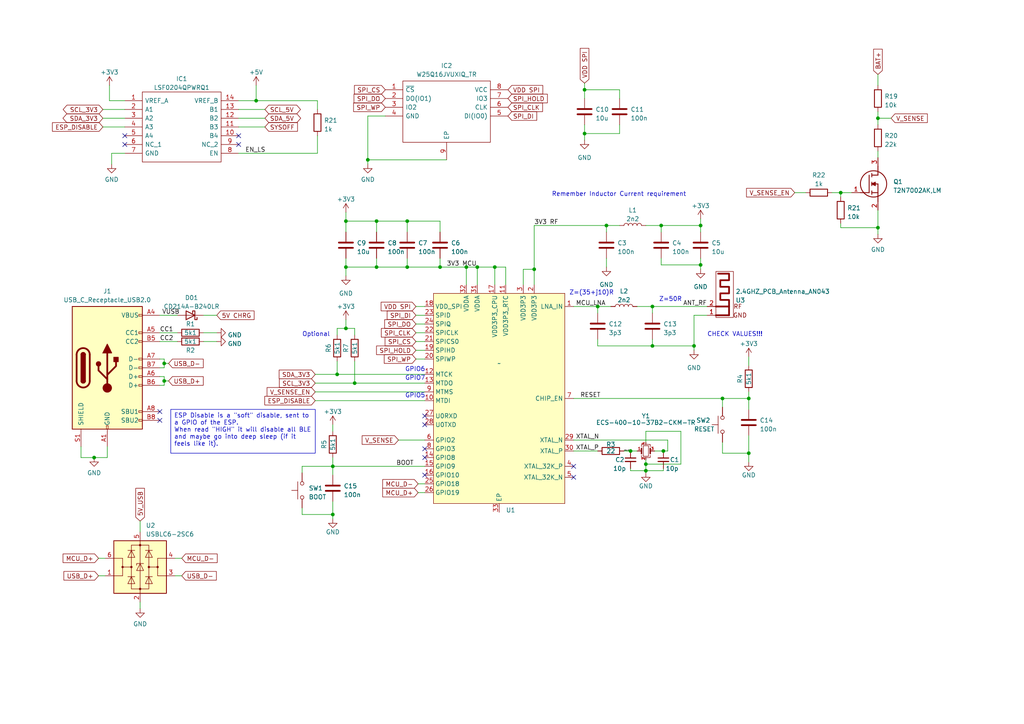
<source format=kicad_sch>
(kicad_sch (version 20230121) (generator eeschema)
  (paper "A4")
  (title_block (title "Module battery/bluetooth") (rev "1.0") (company "FG Labs"))
  (lib_symbols
    (symbol "Antennas:2.4GHZ_PCB_Antenna_AN043"
      (property "Reference" "U" (at 0 1.27 0))
      (property "Value" "2.4GHZ_PCB_Antenna_AN043" (at 0 3.81 0))
      (symbol "2.4GHZ_PCB_Antenna_AN043_0_0"
        (rectangle (start 0 -2.54) (end 5.08 -15.875))
        (text "GND" (at 6.985 -3.175 0) (effects (font (size 1.27 1.27))))
        (text "RF" (at 6.35 -5.715 0) (effects (font (size 1.27 1.27))))
      )
      (symbol "2.4GHZ_PCB_Antenna_AN043_0_1"
        (polyline (pts (xy 3.81 -3.175) (xy 0 -3.175)) (stroke (width 0.5)))
        (polyline (pts (xy 0 -5.715) (xy 3.81 -5.715) (xy 3.81 -3.175)) (stroke (width 0.5)))
        (polyline (pts (xy 3.81 -5.715) (xy 3.81 -7.62) (xy 1.27 -7.62) (xy 1.27 -9.525) (xy 3.81 -9.525) (xy 3.81 -11.43) (xy 1.27 -11.43) (xy 1.27 -13.335) (xy 3.81 -13.335) (xy 3.81 -15.24) (xy 0.635 -15.24)) (stroke (width 0.5)))
      )
      (symbol "2.4GHZ_PCB_Antenna_AN043_1_1"
        (pin passive line (at -2.54 -3.175 0) (length 2.54) (name "") (number "1"))
        (pin bidirectional line (at -2.54 -5.715 0) (length 2.54) (name "") (number "2"))
      )
    )
    (symbol "Connector:USB_C_Receptacle_USB2.0" (pin_names (offset 1.016))
      (property "Reference" "J" (at -10.16 19.05 0))
      (property "Value" "USB_C_Receptacle_USB2.0" (at 19.05 19.05 0))
      (symbol "USB_C_Receptacle_USB2.0_0_0"
        (rectangle (start -0.254 -17.78) (end 0.254 -16.764))
        (rectangle (start 10.16 -14.986) (end 9.144 -15.494))
        (rectangle (start 10.16 -12.446) (end 9.144 -12.954))
        (rectangle (start 10.16 -4.826) (end 9.144 -5.334))
        (rectangle (start 10.16 -2.286) (end 9.144 -2.794))
        (rectangle (start 10.16 0.254) (end 9.144 -0.254))
        (rectangle (start 10.16 2.794) (end 9.144 2.286))
        (rectangle (start 10.16 7.874) (end 9.144 7.366))
        (rectangle (start 10.16 10.414) (end 9.144 9.906))
        (rectangle (start 10.16 15.494) (end 9.144 14.986))
      )
      (symbol "USB_C_Receptacle_USB2.0_0_1"
        (rectangle (start -10.16 17.78) (end 10.16 -17.78) (stroke (width 0.254)) (fill (type background)))
        (arc (start -8.89 -3.81) (mid -6.985 -5.7067) (end -5.08 -3.81) (stroke (width 0.508)))
        (arc (start -7.62 -3.81) (mid -6.985 -4.4423) (end -6.35 -3.81) (stroke (width 0.254)))
        (arc (start -7.62 -3.81) (mid -6.985 -4.4423) (end -6.35 -3.81) (stroke (width 0.254)) (fill (type outline)))
        (rectangle (start -7.62 -3.81) (end -6.35 3.81) (stroke (width 0.254)) (fill (type outline)))
        (arc (start -6.35 3.81) (mid -6.985 4.4423) (end -7.62 3.81) (stroke (width 0.254)))
        (arc (start -6.35 3.81) (mid -6.985 4.4423) (end -7.62 3.81) (stroke (width 0.254)) (fill (type outline)))
        (arc (start -5.08 3.81) (mid -6.985 5.7067) (end -8.89 3.81) (stroke (width 0.508)))
        (circle (center -2.54 1.143) (radius 0.635) (stroke (width 0.254)) (fill (type outline)))
        (circle (center 0 -5.842) (radius 1.27) (fill (type outline)))
        (polyline (pts (xy -8.89 -3.81) (xy -8.89 3.81)) (stroke (width 0.508)))
        (polyline (pts (xy -5.08 3.81) (xy -5.08 -3.81)) (stroke (width 0.508)))
        (polyline (pts (xy 0 -5.842) (xy 0 4.318)) (stroke (width 0.508)))
        (polyline (pts (xy 0 -3.302) (xy -2.54 -0.762) (xy -2.54 0.508)) (stroke (width 0.508)))
        (polyline (pts (xy 0 -2.032) (xy 2.54 0.508) (xy 2.54 1.778)) (stroke (width 0.508)))
        (polyline (pts (xy -1.27 4.318) (xy 0 6.858) (xy 1.27 4.318) (xy -1.27 4.318)) (stroke (width 0.254)) (fill (type outline)))
        (rectangle (start 1.905 1.778) (end 3.175 3.048) (stroke (width 0.254)) (fill (type outline)))
      )
      (symbol "USB_C_Receptacle_USB2.0_1_1"
        (pin passive line (at 0 -22.86 90) (length 5.08) (name "GND") (number "A1"))
        (pin passive line (at 0 -22.86 90) (length 5.08) hide (name "GND") (number "A12"))
        (pin passive line (at 15.24 15.24 180) (length 5.08) (name "VBUS") (number "A4"))
        (pin bidirectional line (at 15.24 10.16 180) (length 5.08) (name "CC1") (number "A5"))
        (pin bidirectional line (at 15.24 -2.54 180) (length 5.08) (name "D+") (number "A6"))
        (pin bidirectional line (at 15.24 2.54 180) (length 5.08) (name "D-") (number "A7"))
        (pin bidirectional line (at 15.24 -12.7 180) (length 5.08) (name "SBU1") (number "A8"))
        (pin passive line (at 15.24 15.24 180) (length 5.08) hide (name "VBUS") (number "A9"))
        (pin passive line (at 0 -22.86 90) (length 5.08) hide (name "GND") (number "B1"))
        (pin passive line (at 0 -22.86 90) (length 5.08) hide (name "GND") (number "B12"))
        (pin passive line (at 15.24 15.24 180) (length 5.08) hide (name "VBUS") (number "B4"))
        (pin bidirectional line (at 15.24 7.62 180) (length 5.08) (name "CC2") (number "B5"))
        (pin bidirectional line (at 15.24 -5.08 180) (length 5.08) (name "D+") (number "B6"))
        (pin bidirectional line (at 15.24 0 180) (length 5.08) (name "D-") (number "B7"))
        (pin bidirectional line (at 15.24 -15.24 180) (length 5.08) (name "SBU2") (number "B8"))
        (pin passive line (at 15.24 15.24 180) (length 5.08) hide (name "VBUS") (number "B9"))
        (pin passive line (at -7.62 -22.86 90) (length 5.08) (name "SHIELD") (number "S1"))
      )
    )
    (symbol "Device:C" (pin_numbers hide) (pin_names (offset 0.254))
      (property "Reference" "C" (at 0.635 2.54 0))
      (property "Value" "C" (at 0.635 -2.54 0))
      (symbol "C_0_1"
        (polyline (pts (xy -2.032 -0.762) (xy 2.032 -0.762)) (stroke (width 0.508)))
        (polyline (pts (xy -2.032 0.762) (xy 2.032 0.762)) (stroke (width 0.508)))
      )
      (symbol "C_1_1"
        (pin passive line (at 0 3.81 270) (length 2.794) (name "~") (number "1"))
        (pin passive line (at 0 -3.81 90) (length 2.794) (name "~") (number "2"))
      )
    )
    (symbol "Device:C_Small" (pin_numbers hide) (pin_names (offset 0.254) hide)
      (property "Reference" "C" (at 0.254 1.778 0))
      (property "Value" "C_Small" (at 0.254 -2.032 0))
      (symbol "C_Small_0_1"
        (polyline (pts (xy -1.524 -0.508) (xy 1.524 -0.508)) (stroke (width 0.3302)))
        (polyline (pts (xy -1.524 0.508) (xy 1.524 0.508)) (stroke (width 0.3048)))
      )
      (symbol "C_Small_1_1"
        (pin passive line (at 0 2.54 270) (length 2.032) (name "~") (number "1"))
        (pin passive line (at 0 -2.54 90) (length 2.032) (name "~") (number "2"))
      )
    )
    (symbol "Device:Crystal_GND24_Small" (pin_names (offset 1.016) hide)
      (property "Reference" "Y" (at 1.27 4.445 0))
      (property "Value" "Crystal_GND24_Small" (at 1.27 2.54 0))
      (symbol "Crystal_GND24_Small_0_1"
        (rectangle (start -0.762 -1.524) (end 0.762 1.524))
        (polyline (pts (xy -1.27 -0.762) (xy -1.27 0.762)) (stroke (width 0.381)))
        (polyline (pts (xy 1.27 -0.762) (xy 1.27 0.762)) (stroke (width 0.381)))
        (polyline (pts (xy -1.27 -1.27) (xy -1.27 -1.905) (xy 1.27 -1.905) (xy 1.27 -1.27)))
        (polyline (pts (xy -1.27 1.27) (xy -1.27 1.905) (xy 1.27 1.905) (xy 1.27 1.27)))
      )
      (symbol "Crystal_GND24_Small_1_1"
        (pin passive line (at -2.54 0 0) (length 1.27) (name "1") (number "1"))
        (pin passive line (at 0 -2.54 90) (length 0.635) (name "2") (number "2"))
        (pin passive line (at 2.54 0 180) (length 1.27) (name "3") (number "3"))
        (pin passive line (at 0 2.54 270) (length 0.635) (name "4") (number "4"))
      )
    )
    (symbol "Device:D_Schottky" (pin_numbers hide) (pin_names (offset 1.016) hide)
      (property "Reference" "D" (at 0 2.54 0))
      (property "Value" "D_Schottky" (at 0 -2.54 0))
      (symbol "D_Schottky_0_1"
        (polyline (pts (xy 1.27 0) (xy -1.27 0)))
        (polyline (pts (xy 1.27 1.27) (xy 1.27 -1.27) (xy -1.27 0) (xy 1.27 1.27)) (stroke (width 0.254)))
        (polyline (pts (xy -1.905 0.635) (xy -1.905 1.27) (xy -1.27 1.27) (xy -1.27 -1.27) (xy -0.635 -1.27) (xy -0.635 -0.635)) (stroke (width 0.254)))
      )
      (symbol "D_Schottky_1_1"
        (pin passive line (at -3.81 0 0) (length 2.54) (name "K") (number "1"))
        (pin passive line (at 3.81 0 180) (length 2.54) (name "A") (number "2"))
      )
    )
    (symbol "Device:L" (pin_numbers hide) (pin_names (offset 1.016) hide)
      (property "Reference" "L" (at -1.27 0 90))
      (property "Value" "L" (at 1.905 0 90))
      (symbol "L_0_1"
        (arc (start 0 -2.54) (mid 0.6323 -1.905) (end 0 -1.27))
        (arc (start 0 -1.27) (mid 0.6323 -0.635) (end 0 0))
        (arc (start 0 0) (mid 0.6323 0.635) (end 0 1.27))
        (arc (start 0 1.27) (mid 0.6323 1.905) (end 0 2.54))
      )
      (symbol "L_1_1"
        (pin passive line (at 0 3.81 270) (length 1.27) (name "1") (number "1"))
        (pin passive line (at 0 -3.81 90) (length 1.27) (name "2") (number "2"))
      )
    )
    (symbol "Device:R" (pin_numbers hide) (pin_names (offset 0))
      (property "Reference" "R" (at 2.032 0 90))
      (property "Value" "R" (at 0 0 90))
      (symbol "R_0_1"
        (rectangle (start -1.016 -2.54) (end 1.016 2.54) (stroke (width 0.254)))
      )
      (symbol "R_1_1"
        (pin passive line (at 0 3.81 270) (length 1.27) (name "~") (number "1"))
        (pin passive line (at 0 -3.81 90) (length 1.27) (name "~") (number "2"))
      )
    )
    (symbol "MCU_custom:ESP32-C3"
      (property "Reference" "U" (at 34.29 -42.545 0))
      (symbol "ESP32-C3_1_1"
        (rectangle (start -19.05 30.48) (end 19.05 -30.48) (fill (type background)))
        (pin input line (at 21.59 26.67 180) (length 2.54) (name "LNA_IN") (number "1"))
        (pin input line (at -21.59 -0.635 0) (length 2.54) (name "MTDI") (number "10"))
        (pin input line (at 1.905 33.02 270) (length 2.54) (name "VDD3P3_RTC") (number "11"))
        (pin input line (at -21.59 6.985 0) (length 2.54) (name "MTCK") (number "12"))
        (pin input line (at -21.59 4.445 0) (length 2.54) (name "MTDO") (number "13"))
        (pin input line (at -21.59 -17.145 0) (length 2.54) (name "GPIO8") (number "14"))
        (pin input line (at -21.59 -19.685 0) (length 2.54) (name "GPIO9") (number "15"))
        (pin input line (at -21.59 -22.225 0) (length 2.54) (name "GPIO10") (number "16"))
        (pin input line (at -1.27 33.02 270) (length 2.54) (name "VDD3P3_CPU") (number "17"))
        (pin input line (at -21.59 26.67 0) (length 2.54) (name "VDD_SPI") (number "18"))
        (pin input line (at -21.59 13.97 0) (length 2.54) (name "SPIHD") (number "19"))
        (pin input line (at 10.16 33.02 270) (length 2.54) (name "VDD3P3") (number "2"))
        (pin input line (at -21.59 11.43 0) (length 2.54) (name "SPIWP") (number "20"))
        (pin input line (at -21.59 16.51 0) (length 2.54) (name "SPICS0") (number "21"))
        (pin input line (at -21.59 19.05 0) (length 2.54) (name "SPICLK") (number "22"))
        (pin input line (at -21.59 24.13 0) (length 2.54) (name "SPID") (number "23"))
        (pin input line (at -21.59 21.59 0) (length 2.54) (name "SPIQ") (number "24"))
        (pin input line (at -21.59 -24.765 0) (length 2.54) (name "GPIO18") (number "25"))
        (pin input line (at -21.59 -27.305 0) (length 2.54) (name "GPIO19") (number "26"))
        (pin input line (at -21.59 -5.08 0) (length 2.54) (name "U0RXD") (number "27"))
        (pin input line (at -21.59 -7.62 0) (length 2.54) (name "U0TXD") (number "28"))
        (pin input line (at 21.59 -12.065 180) (length 2.54) (name "XTAL_N") (number "29"))
        (pin input line (at 6.985 33.02 270) (length 2.54) (name "VDD3P3") (number "3"))
        (pin input line (at 21.59 -15.24 180) (length 2.54) (name "XTAL_P") (number "30"))
        (pin input line (at -6.35 33.02 270) (length 2.54) (name "VDDA") (number "31"))
        (pin input line (at -9.525 33.02 270) (length 2.54) (name "VDDA") (number "32"))
        (pin input line (at 0 -33.02 90) (length 2.54) (name "EP") (number "33"))
        (pin input line (at 21.59 -19.685 180) (length 2.54) (name "XTAL_32K_P") (number "4"))
        (pin input line (at 21.59 -22.86 180) (length 2.54) (name "XTAL_32K_N") (number "5"))
        (pin input line (at -21.59 -12.065 0) (length 2.54) (name "GPIO2") (number "6"))
        (pin input line (at 21.59 0 180) (length 2.54) (name "CHIP_EN") (number "7"))
        (pin input line (at -21.59 -14.605 0) (length 2.54) (name "GPIO3") (number "8"))
        (pin input line (at -21.59 1.905 0) (length 2.54) (name "MTMS") (number "9"))
      )
    )
    (symbol "Power_Protection:USBLC6-2SC6" (pin_names hide)
      (property "Reference" "U" (at 2.54 8.89 0))
      (property "Value" "USBLC6-2SC6" (at 2.54 -8.89 0))
      (symbol "USBLC6-2SC6_0_1"
        (rectangle (start -7.62 -7.62) (end 7.62 7.62) (stroke (width 0.254)) (fill (type background)))
        (circle (center -5.08 0) (radius 0.254) (fill (type outline)))
        (circle (center -2.54 0) (radius 0.254) (fill (type outline)))
        (rectangle (start -2.54 6.35) (end 2.54 -6.35))
        (circle (center 0 -6.35) (radius 0.254) (fill (type outline)))
        (polyline (pts (xy -5.08 -2.54) (xy -7.62 -2.54)))
        (polyline (pts (xy -5.08 0) (xy -5.08 -2.54)))
        (polyline (pts (xy -5.08 2.54) (xy -7.62 2.54)))
        (polyline (pts (xy -1.524 -2.794) (xy -3.556 -2.794)))
        (polyline (pts (xy -1.524 4.826) (xy -3.556 4.826)))
        (polyline (pts (xy 0 -7.62) (xy 0 -6.35)))
        (polyline (pts (xy 0 -6.35) (xy 0 1.27)))
        (polyline (pts (xy 0 1.27) (xy 0 6.35)))
        (polyline (pts (xy 0 6.35) (xy 0 7.62)))
        (polyline (pts (xy 1.524 -2.794) (xy 3.556 -2.794)))
        (polyline (pts (xy 1.524 4.826) (xy 3.556 4.826)))
        (polyline (pts (xy 5.08 -2.54) (xy 7.62 -2.54)))
        (polyline (pts (xy 5.08 0) (xy 5.08 -2.54)))
        (polyline (pts (xy 5.08 2.54) (xy 7.62 2.54)))
        (polyline (pts (xy -2.54 0) (xy -5.08 0) (xy -5.08 2.54)))
        (polyline (pts (xy 2.54 0) (xy 5.08 0) (xy 5.08 2.54)))
        (polyline (pts (xy -3.556 -4.826) (xy -1.524 -4.826) (xy -2.54 -2.794) (xy -3.556 -4.826)))
        (polyline (pts (xy -3.556 2.794) (xy -1.524 2.794) (xy -2.54 4.826) (xy -3.556 2.794)))
        (polyline (pts (xy -1.016 -1.016) (xy 1.016 -1.016) (xy 0 1.016) (xy -1.016 -1.016)))
        (polyline (pts (xy 1.016 1.016) (xy 0.762 1.016) (xy -1.016 1.016) (xy -1.016 0.508)))
        (polyline (pts (xy 3.556 -4.826) (xy 1.524 -4.826) (xy 2.54 -2.794) (xy 3.556 -4.826)))
        (polyline (pts (xy 3.556 2.794) (xy 1.524 2.794) (xy 2.54 4.826) (xy 3.556 2.794)))
        (circle (center 0 6.35) (radius 0.254) (fill (type outline)))
        (circle (center 2.54 0) (radius 0.254) (fill (type outline)))
        (circle (center 5.08 0) (radius 0.254) (fill (type outline)))
      )
      (symbol "USBLC6-2SC6_1_1"
        (pin passive line (at -10.16 -2.54 0) (length 2.54) (name "I/O1") (number "1"))
        (pin passive line (at 0 -10.16 90) (length 2.54) (name "GND") (number "2"))
        (pin passive line (at 10.16 -2.54 180) (length 2.54) (name "I/O2") (number "3"))
        (pin passive line (at 10.16 2.54 180) (length 2.54) (name "I/O2") (number "4"))
        (pin passive line (at 0 10.16 270) (length 2.54) (name "VBUS") (number "5"))
        (pin passive line (at -10.16 2.54 0) (length 2.54) (name "I/O1") (number "6"))
      )
    )
    (symbol "SamacSys_Parts:LSF0204QPWRQ1" (pin_names (offset 0.762))
      (property "Reference" "IC" (at 29.21 7.62 0))
      (property "Value" "LSF0204QPWRQ1" (at 29.21 5.08 0))
      (symbol "LSF0204QPWRQ1_0_0"
        (pin passive line (at 0 0 0) (length 5.08) (name "VREF_A") (number "1"))
        (pin passive line (at 33.02 -10.16 180) (length 5.08) (name "B4") (number "10"))
        (pin passive line (at 33.02 -7.62 180) (length 5.08) (name "B3") (number "11"))
        (pin passive line (at 33.02 -5.08 180) (length 5.08) (name "B2") (number "12"))
        (pin passive line (at 33.02 -2.54 180) (length 5.08) (name "B1") (number "13"))
        (pin passive line (at 33.02 0 180) (length 5.08) (name "VREF_B") (number "14"))
        (pin passive line (at 0 -2.54 0) (length 5.08) (name "A1") (number "2"))
        (pin passive line (at 0 -5.08 0) (length 5.08) (name "A2") (number "3"))
        (pin passive line (at 0 -7.62 0) (length 5.08) (name "A3") (number "4"))
        (pin passive line (at 0 -10.16 0) (length 5.08) (name "A4") (number "5"))
        (pin passive line (at 0 -12.7 0) (length 5.08) (name "NC_1") (number "6"))
        (pin passive line (at 0 -15.24 0) (length 5.08) (name "GND") (number "7"))
        (pin passive line (at 33.02 -15.24 180) (length 5.08) (name "EN") (number "8"))
        (pin passive line (at 33.02 -12.7 180) (length 5.08) (name "NC_2") (number "9"))
      )
      (symbol "LSF0204QPWRQ1_0_1"
        (polyline (pts (xy 5.08 2.54) (xy 27.94 2.54) (xy 27.94 -17.78) (xy 5.08 -17.78) (xy 5.08 2.54)) (stroke (width 0.1524)))
      )
    )
    (symbol "SamacSys_Parts:T2N7002AK,LM" (pin_names hide)
      (property "Reference" "Q" (at 11.43 3.81 0))
      (property "Value" "T2N7002AK,LM" (at 11.43 1.27 0))
      (symbol "T2N7002AK,LM_1_1"
        (polyline (pts (xy 2.54 0) (xy 5.08 0)) (stroke (width 0.254)))
        (polyline (pts (xy 5.08 5.08) (xy 5.08 0)) (stroke (width 0.254)))
        (polyline (pts (xy 5.842 -0.508) (xy 5.842 0.508)) (stroke (width 0.254)))
        (polyline (pts (xy 5.842 0) (xy 7.62 0)) (stroke (width 0.254)))
        (polyline (pts (xy 5.842 2.032) (xy 5.842 3.048)) (stroke (width 0.254)))
        (polyline (pts (xy 5.842 5.588) (xy 5.842 4.572)) (stroke (width 0.254)))
        (polyline (pts (xy 7.62 2.54) (xy 5.842 2.54)) (stroke (width 0.254)))
        (polyline (pts (xy 7.62 2.54) (xy 7.62 -2.54)) (stroke (width 0.254)))
        (polyline (pts (xy 7.62 5.08) (xy 5.842 5.08)) (stroke (width 0.254)))
        (polyline (pts (xy 7.62 5.08) (xy 7.62 7.62)) (stroke (width 0.254)))
        (polyline (pts (xy 5.842 2.54) (xy 6.858 3.048) (xy 6.858 2.032) (xy 5.842 2.54)) (stroke (width 0.254)) (fill (type outline)))
        (circle (center 6.35 2.54) (radius 3.81) (stroke (width 0.254)))
        (pin passive line (at 0 0 0) (length 2.54) (name "G") (number "1"))
        (pin passive line (at 7.62 -5.08 90) (length 2.54) (name "S") (number "2"))
        (pin passive line (at 7.62 10.16 270) (length 2.54) (name "D") (number "3"))
      )
    )
    (symbol "SamacSys_Parts_Legacy:W25Q16JVUXIQ_TR" (pin_names (offset 0.762))
      (property "Reference" "IC" (at 31.75 7.62 0))
      (property "Value" "W25Q16JVUXIQ_TR" (at 31.75 5.08 0))
      (symbol "W25Q16JVUXIQ_TR_0_0"
        (pin passive line (at 0 0 0) (length 5.08) (name "~{CS}") (number "1"))
        (pin passive line (at 0 -2.54 0) (length 5.08) (name "DO(IO1)") (number "2"))
        (pin passive line (at 0 -5.08 0) (length 5.08) (name "IO2") (number "3"))
        (pin passive line (at 0 -7.62 0) (length 5.08) (name "GND") (number "4"))
        (pin passive line (at 35.56 -7.62 180) (length 5.08) (name "DI(IO0)") (number "5"))
        (pin passive line (at 35.56 -5.08 180) (length 5.08) (name "CLK") (number "6"))
        (pin passive line (at 35.56 -2.54 180) (length 5.08) (name "IO3") (number "7"))
        (pin passive line (at 35.56 0 180) (length 5.08) (name "VCC") (number "8"))
        (pin passive line (at 17.78 -20.32 90) (length 5.08) (name "EP") (number "9"))
      )
      (symbol "W25Q16JVUXIQ_TR_0_1"
        (polyline (pts (xy 5.08 2.54) (xy 30.48 2.54) (xy 30.48 -15.24) (xy 5.08 -15.24) (xy 5.08 2.54)) (stroke (width 0.1524)))
      )
    )
    (symbol "Switch:SW_Push" (pin_numbers hide) (pin_names (offset 1.016) hide)
      (property "Reference" "SW" (at 1.27 2.54 0))
      (property "Value" "SW_Push" (at 0 -1.524 0))
      (symbol "SW_Push_0_1"
        (circle (center -2.032 0) (radius 0.508))
        (polyline (pts (xy 0 1.27) (xy 0 3.048)))
        (polyline (pts (xy 2.54 1.27) (xy -2.54 1.27)))
        (circle (center 2.032 0) (radius 0.508))
        (pin passive line (at -5.08 0 0) (length 2.54) (name "1") (number "1"))
        (pin passive line (at 5.08 0 180) (length 2.54) (name "2") (number "2"))
      )
    )
    (symbol "power:+3V3" (power) (pin_names (offset 0))
      (property "Value" "+3V3" (at 0 3.556 0))
      (symbol "+3V3_0_1"
        (polyline (pts (xy -0.762 1.27) (xy 0 2.54)))
        (polyline (pts (xy 0 0) (xy 0 2.54)))
        (polyline (pts (xy 0 2.54) (xy 0.762 1.27)))
      )
      (symbol "+3V3_1_1"
        (pin power_in line (at 0 0 90) (length 0) hide (name "+3V3") (number "1"))
      )
    )
    (symbol "power:+5V" (power) (pin_names (offset 0))
      (property "Value" "+5V" (at 0 3.556 0))
      (symbol "+5V_0_1"
        (polyline (pts (xy -0.762 1.27) (xy 0 2.54)))
        (polyline (pts (xy 0 0) (xy 0 2.54)))
        (polyline (pts (xy 0 2.54) (xy 0.762 1.27)))
      )
      (symbol "+5V_1_1"
        (pin power_in line (at 0 0 90) (length 0) hide (name "+5V") (number "1"))
      )
    )
    (symbol "power:GND" (power) (pin_names (offset 0))
      (property "Value" "GND" (at 0 -3.81 0))
      (symbol "GND_0_1"
        (polyline (pts (xy 0 0) (xy 0 -1.27) (xy 1.27 -1.27) (xy 0 -2.54) (xy -1.27 -1.27) (xy 0 -1.27)))
      )
      (symbol "GND_1_1"
        (pin power_in line (at 0 0 270) (length 0) hide (name "GND") (number "1"))
      )
    )
  )
  (junction (at 118.11 77.47))
  (junction (at 173.355 88.9))
  (junction (at 97.79 108.585))
  (junction (at 189.23 100.33))
  (junction (at 187.325 136.525))
  (junction (at 191.77 65.405))
  (junction (at 96.52 135.255))
  (junction (at 182.88 130.81))
  (junction (at 102.87 111.125))
  (junction (at 118.11 64.135))
  (junction (at 187.325 134.62))
  (junction (at 109.22 77.47))
  (junction (at 100.33 95.25))
  (junction (at 254.635 66.04))
  (junction (at 243.84 55.88))
  (junction (at 27.305 132.715))
  (junction (at 201.295 100.33))
  (junction (at 74.295 29.21))
  (junction (at 254.635 34.29))
  (junction (at 209.55 115.57))
  (junction (at 106.68 46.355))
  (junction (at 47.625 105.41))
  (junction (at 189.23 88.9))
  (junction (at 109.22 64.135))
  (junction (at 169.545 26.035))
  (junction (at 217.17 131.445))
  (junction (at 96.52 149.225))
  (junction (at 203.2 76.835))
  (junction (at 169.545 38.735))
  (junction (at 138.43 77.47))
  (junction (at 217.17 115.57))
  (junction (at 100.33 77.47))
  (junction (at 192.405 130.81))
  (junction (at 154.94 78.105))
  (junction (at 203.2 65.405))
  (junction (at 175.895 65.405))
  (junction (at 47.625 110.49))
  (junction (at 135.255 77.47))
  (junction (at 100.33 64.135))
  (junction (at 143.51 77.47))
  (junction (at 127.635 77.47))
  (no_connect (at 166.37 138.43))
  (no_connect (at 36.195 39.37))
  (no_connect (at 123.19 120.65))
  (no_connect (at 69.215 41.91))
  (no_connect (at 123.19 130.175))
  (no_connect (at 69.215 39.37))
  (no_connect (at 36.195 41.91))
  (no_connect (at 166.37 135.255))
  (no_connect (at 46.355 119.38))
  (no_connect (at 46.355 121.92))
  (no_connect (at 123.19 132.715))
  (no_connect (at 123.19 137.795))
  (no_connect (at 123.19 123.19))
  (wire (pts (xy 23.495 132.715) (xy 27.305 132.715)))
  (wire (pts (xy 192.405 130.81) (xy 193.675 130.81)))
  (wire (pts (xy 100.33 64.135) (xy 100.33 67.31)))
  (wire (pts (xy 189.23 88.9) (xy 189.23 90.805)))
  (wire (pts (xy 106.68 46.355) (xy 129.54 46.355)))
  (wire (pts (xy 59.055 91.44) (xy 62.865 91.44)))
  (wire (pts (xy 127.635 64.135) (xy 118.11 64.135)))
  (wire (pts (xy 46.355 99.06) (xy 51.435 99.06)))
  (wire (pts (xy 254.635 45.72) (xy 254.635 43.815)))
  (wire (pts (xy 97.79 95.25) (xy 97.79 97.155)))
  (wire (pts (xy 91.44 108.585) (xy 97.79 108.585)))
  (wire (pts (xy 102.87 95.25) (xy 100.33 95.25)))
  (wire (pts (xy 166.37 88.9) (xy 173.355 88.9)))
  (wire (pts (xy 31.115 132.715) (xy 27.305 132.715)))
  (wire (pts (xy 100.33 77.47) (xy 100.33 80.01)))
  (wire (pts (xy 96.52 145.415) (xy 96.52 149.225)))
  (wire (pts (xy 31.75 29.21) (xy 31.75 24.765)))
  (wire (pts (xy 69.215 29.21) (xy 74.295 29.21)))
  (wire (pts (xy 31.115 129.54) (xy 31.115 132.715)))
  (wire (pts (xy 201.295 100.33) (xy 189.23 100.33)))
  (wire (pts (xy 46.355 104.14) (xy 47.625 104.14)))
  (wire (pts (xy 52.705 167.005) (xy 50.8 167.005)))
  (wire (pts (xy 46.355 109.22) (xy 47.625 109.22)))
  (wire (pts (xy 182.88 130.81) (xy 184.785 130.81)))
  (wire (pts (xy 193.675 130.81) (xy 193.675 127.635)))
  (wire (pts (xy 69.215 44.45) (xy 92.075 44.45)))
  (wire (pts (xy 193.675 127.635) (xy 166.37 127.635)))
  (wire (pts (xy 192.405 135.89) (xy 192.405 136.525)))
  (wire (pts (xy 201.295 100.33) (xy 201.295 101.6)))
  (wire (pts (xy 254.635 34.29) (xy 258.445 34.29)))
  (wire (pts (xy 47.625 110.49) (xy 48.895 110.49)))
  (wire (pts (xy 47.625 111.76) (xy 47.625 110.49)))
  (wire (pts (xy 169.545 36.195) (xy 169.545 38.735)))
  (wire (pts (xy 100.33 95.25) (xy 100.33 92.71)))
  (wire (pts (xy 146.685 77.47) (xy 143.51 77.47)))
  (wire (pts (xy 28.575 167.005) (xy 30.48 167.005)))
  (wire (pts (xy 135.255 82.55) (xy 135.255 77.47)))
  (wire (pts (xy 192.405 136.525) (xy 187.325 136.525)))
  (wire (pts (xy 47.625 105.41) (xy 48.895 105.41)))
  (wire (pts (xy 209.55 115.57) (xy 217.17 115.57)))
  (wire (pts (xy 179.705 26.035) (xy 169.545 26.035)))
  (wire (pts (xy 177.165 88.9) (xy 173.355 88.9)))
  (wire (pts (xy 203.2 76.835) (xy 203.2 78.105)))
  (wire (pts (xy 28.575 161.925) (xy 30.48 161.925)))
  (wire (pts (xy 96.52 132.715) (xy 96.52 135.255)))
  (wire (pts (xy 47.625 109.22) (xy 47.625 110.49)))
  (wire (pts (xy 123.19 116.205) (xy 91.44 116.205)))
  (wire (pts (xy 118.11 74.93) (xy 118.11 77.47)))
  (wire (pts (xy 189.865 130.81) (xy 192.405 130.81)))
  (wire (pts (xy 209.55 128.27) (xy 209.55 131.445)))
  (wire (pts (xy 175.895 74.93) (xy 175.895 77.47)))
  (wire (pts (xy 175.895 65.405) (xy 175.895 67.31)))
  (wire (pts (xy 32.385 44.45) (xy 32.385 47.625)))
  (wire (pts (xy 138.43 77.47) (xy 135.255 77.47)))
  (wire (pts (xy 187.325 133.35) (xy 187.325 134.62)))
  (wire (pts (xy 254.635 60.96) (xy 254.635 66.04)))
  (wire (pts (xy 96.52 135.255) (xy 123.19 135.255)))
  (wire (pts (xy 201.295 91.44) (xy 201.295 100.33)))
  (wire (pts (xy 191.77 76.835) (xy 203.2 76.835)))
  (wire (pts (xy 203.2 67.31) (xy 203.2 65.405)))
  (wire (pts (xy 40.64 176.53) (xy 40.64 174.625)))
  (wire (pts (xy 230.505 55.88) (xy 233.68 55.88)))
  (wire (pts (xy 243.84 66.04) (xy 254.635 66.04)))
  (wire (pts (xy 243.84 55.88) (xy 247.015 55.88)))
  (wire (pts (xy 69.215 31.75) (xy 76.835 31.75)))
  (wire (pts (xy 191.77 74.93) (xy 191.77 76.835)))
  (wire (pts (xy 52.705 161.925) (xy 50.8 161.925)))
  (wire (pts (xy 120.65 104.14) (xy 123.19 104.14)))
  (wire (pts (xy 120.65 93.98) (xy 123.19 93.98)))
  (wire (pts (xy 118.11 67.31) (xy 118.11 64.135)))
  (wire (pts (xy 166.37 115.57) (xy 209.55 115.57)))
  (wire (pts (xy 217.17 113.665) (xy 217.17 115.57)))
  (wire (pts (xy 100.33 61.595) (xy 100.33 64.135)))
  (wire (pts (xy 87.63 135.255) (xy 96.52 135.255)))
  (wire (pts (xy 46.355 91.44) (xy 51.435 91.44)))
  (wire (pts (xy 146.685 82.55) (xy 146.685 77.47)))
  (wire (pts (xy 209.55 115.57) (xy 209.55 118.11)))
  (wire (pts (xy 40.64 151.13) (xy 40.64 154.305)))
  (wire (pts (xy 254.635 66.04) (xy 254.635 67.945)))
  (wire (pts (xy 179.705 65.405) (xy 175.895 65.405)))
  (wire (pts (xy 36.195 44.45) (xy 32.385 44.45)))
  (wire (pts (xy 47.625 106.68) (xy 47.625 105.41)))
  (wire (pts (xy 120.65 101.6) (xy 123.19 101.6)))
  (wire (pts (xy 92.075 44.45) (xy 92.075 39.37)))
  (wire (pts (xy 143.51 77.47) (xy 138.43 77.47)))
  (wire (pts (xy 69.215 36.83) (xy 76.835 36.83)))
  (wire (pts (xy 154.94 78.105) (xy 154.94 65.405)))
  (wire (pts (xy 187.325 125.095) (xy 197.485 125.095)))
  (wire (pts (xy 29.845 31.75) (xy 36.195 31.75)))
  (wire (pts (xy 92.075 31.75) (xy 92.075 29.21)))
  (wire (pts (xy 109.22 64.135) (xy 100.33 64.135)))
  (wire (pts (xy 102.87 111.125) (xy 123.19 111.125)))
  (wire (pts (xy 217.17 103.505) (xy 217.17 106.045)))
  (wire (pts (xy 166.37 130.81) (xy 173.355 130.81)))
  (wire (pts (xy 187.325 136.525) (xy 187.325 137.16)))
  (wire (pts (xy 151.765 82.55) (xy 151.765 78.105)))
  (wire (pts (xy 217.17 131.445) (xy 217.17 133.985)))
  (wire (pts (xy 59.055 99.06) (xy 62.865 99.06)))
  (wire (pts (xy 217.17 118.745) (xy 217.17 115.57)))
  (wire (pts (xy 182.88 135.89) (xy 182.88 136.525)))
  (wire (pts (xy 97.79 104.775) (xy 97.79 108.585)))
  (wire (pts (xy 154.94 82.55) (xy 154.94 78.105)))
  (wire (pts (xy 203.2 65.405) (xy 191.77 65.405)))
  (wire (pts (xy 97.79 108.585) (xy 123.19 108.585)))
  (wire (pts (xy 189.23 100.33) (xy 173.355 100.33)))
  (wire (pts (xy 121.285 140.335) (xy 123.19 140.335)))
  (wire (pts (xy 120.65 99.06) (xy 123.19 99.06)))
  (wire (pts (xy 109.22 74.93) (xy 109.22 77.47)))
  (wire (pts (xy 29.845 36.83) (xy 36.195 36.83)))
  (wire (pts (xy 118.11 77.47) (xy 109.22 77.47)))
  (wire (pts (xy 47.625 104.14) (xy 47.625 105.41)))
  (wire (pts (xy 217.17 126.365) (xy 217.17 131.445)))
  (wire (pts (xy 173.355 88.9) (xy 173.355 90.805)))
  (wire (pts (xy 120.65 88.9) (xy 123.19 88.9)))
  (wire (pts (xy 109.22 77.47) (xy 100.33 77.47)))
  (wire (pts (xy 189.23 88.9) (xy 205.105 88.9)))
  (wire (pts (xy 87.63 147.32) (xy 87.63 149.225)))
  (wire (pts (xy 29.845 34.29) (xy 36.195 34.29)))
  (wire (pts (xy 102.87 104.775) (xy 102.87 111.125)))
  (wire (pts (xy 100.33 74.93) (xy 100.33 77.47)))
  (wire (pts (xy 120.65 96.52) (xy 123.19 96.52)))
  (wire (pts (xy 46.355 111.76) (xy 47.625 111.76)))
  (wire (pts (xy 179.705 38.735) (xy 169.545 38.735)))
  (wire (pts (xy 87.63 149.225) (xy 96.52 149.225)))
  (wire (pts (xy 59.055 96.52) (xy 62.865 96.52)))
  (wire (pts (xy 187.325 134.62) (xy 187.325 136.525)))
  (wire (pts (xy 100.33 95.25) (xy 97.79 95.25)))
  (wire (pts (xy 243.84 64.77) (xy 243.84 66.04)))
  (wire (pts (xy 46.355 106.68) (xy 47.625 106.68)))
  (wire (pts (xy 127.635 74.93) (xy 127.635 77.47)))
  (wire (pts (xy 127.635 67.31) (xy 127.635 64.135)))
  (wire (pts (xy 151.765 78.105) (xy 154.94 78.105)))
  (wire (pts (xy 187.325 125.095) (xy 187.325 128.27)))
  (wire (pts (xy 23.495 129.54) (xy 23.495 132.715)))
  (wire (pts (xy 127.635 77.47) (xy 118.11 77.47)))
  (wire (pts (xy 254.635 34.29) (xy 254.635 36.195)))
  (wire (pts (xy 92.075 29.21) (xy 74.295 29.21)))
  (wire (pts (xy 121.285 142.875) (xy 123.19 142.875)))
  (wire (pts (xy 209.55 131.445) (xy 217.17 131.445)))
  (wire (pts (xy 254.635 21.59) (xy 254.635 24.765)))
  (wire (pts (xy 135.255 77.47) (xy 127.635 77.47)))
  (wire (pts (xy 243.84 55.88) (xy 243.84 57.15)))
  (wire (pts (xy 154.94 65.405) (xy 175.895 65.405)))
  (wire (pts (xy 87.63 137.16) (xy 87.63 135.255)))
  (wire (pts (xy 189.23 98.425) (xy 189.23 100.33)))
  (wire (pts (xy 106.68 33.655) (xy 106.68 46.355)))
  (wire (pts (xy 106.68 46.355) (xy 106.68 47.625)))
  (wire (pts (xy 184.785 88.9) (xy 189.23 88.9)))
  (wire (pts (xy 241.3 55.88) (xy 243.84 55.88)))
  (wire (pts (xy 197.485 134.62) (xy 187.325 134.62)))
  (wire (pts (xy 74.295 24.765) (xy 74.295 29.21)))
  (wire (pts (xy 180.975 130.81) (xy 182.88 130.81)))
  (wire (pts (xy 203.2 63.5) (xy 203.2 65.405)))
  (wire (pts (xy 169.545 26.035) (xy 169.545 28.575)))
  (wire (pts (xy 191.77 65.405) (xy 191.77 67.31)))
  (wire (pts (xy 120.65 91.44) (xy 123.19 91.44)))
  (wire (pts (xy 46.355 96.52) (xy 51.435 96.52)))
  (wire (pts (xy 102.87 97.155) (xy 102.87 95.25)))
  (wire (pts (xy 203.2 74.93) (xy 203.2 76.835)))
  (wire (pts (xy 111.76 33.655) (xy 106.68 33.655)))
  (wire (pts (xy 179.705 28.575) (xy 179.705 26.035)))
  (wire (pts (xy 109.22 67.31) (xy 109.22 64.135)))
  (wire (pts (xy 143.51 82.55) (xy 143.51 77.47)))
  (wire (pts (xy 36.195 29.21) (xy 31.75 29.21)))
  (wire (pts (xy 182.88 136.525) (xy 187.325 136.525)))
  (wire (pts (xy 96.52 135.255) (xy 96.52 137.795)))
  (wire (pts (xy 173.355 100.33) (xy 173.355 98.425)))
  (wire (pts (xy 187.325 65.405) (xy 191.77 65.405)))
  (wire (pts (xy 96.52 123.19) (xy 96.52 125.095)))
  (wire (pts (xy 115.57 127.635) (xy 123.19 127.635)))
  (wire (pts (xy 179.705 36.195) (xy 179.705 38.735)))
  (wire (pts (xy 91.44 113.665) (xy 123.19 113.665)))
  (wire (pts (xy 138.43 82.55) (xy 138.43 77.47)))
  (wire (pts (xy 169.545 38.735) (xy 169.545 40.64)))
  (wire (pts (xy 169.545 24.13) (xy 169.545 26.035)))
  (wire (pts (xy 109.22 64.135) (xy 118.11 64.135)))
  (wire (pts (xy 69.215 34.29) (xy 76.835 34.29)))
  (wire (pts (xy 254.635 32.385) (xy 254.635 34.29)))
  (wire (pts (xy 197.485 125.095) (xy 197.485 134.62)))
  (wire (pts (xy 96.52 149.225) (xy 96.52 150.495)))
  (wire (pts (xy 201.295 91.44) (xy 205.105 91.44)))
  (wire (pts (xy 91.44 111.125) (xy 102.87 111.125)))
  (text_box "ESP Disable is a \"soft\" disable, sent to a GPIO of the ESP.\nWhen read \"HIGH\" it will disable all BLE and maybe go into deep sleep (if it feels like it)." (at 49.53 118.745 0) (size 41.91 12.7) (effects (font (size 1.27 1.27)) (justify left top)))
  (text "Z=(35+j10)R" (at 165.1 85.725 0) (effects (font (size 1.27 1.27)) (justify left bottom)))
  (text "GPIO5" (at 117.475 115.57 0) (effects (font (size 1.27 1.27)) (justify left bottom)))
  (text "Z=50R" (at 191.135 87.63 0) (effects (font (size 1.27 1.27)) (justify left bottom)))
  (text "GPIO7" (at 117.475 110.49 0) (effects (font (size 1.27 1.27)) (justify left bottom)))
  (text "Optional" (at 87.63 97.79 0) (effects (font (size 1.27 1.27)) (justify left bottom)))
  (text "GPIO6" (at 117.475 107.95 0) (effects (font (size 1.27 1.27)) (justify left bottom)))
  (text "CHECK VALUES!!!" (at 205.105 97.79 0) (effects (font (size 1.27 1.27)) (justify left bottom)))
  (text "Remember Inductor Current requirement" (at 160.02 57.15 0) (effects (font (size 1.27 1.27)) (justify left bottom)))
  (label "EN_LS" (at 71.12 44.45 0))
  (label "3V3 MCU" (at 129.54 77.47 0))
  (label "VUSB" (at 46.99 91.44 0))
  (label "XTAL_P" (at 167.005 130.81 0))
  (label "ANT_RF" (at 198.12 88.9 0) (property "Netclass" "RF50" (effects hide)))
  (label "XTAL_P_R" (at 180.975 130.81 0) (effects (font (size 0.254 0.254))))
  (label "MCU_LNA" (at 167.005 88.9 0))
  (label "3V3 RF" (at 154.94 65.405 0))
  (label "CC2" (at 46.355 99.06 0))
  (label "XTAL_N" (at 167.005 127.635 0))
  (label "RESET" (at 168.275 115.57 0))
  (label "BOOT" (at 120.015 135.255 180))
  (label "CC1" (at 46.355 96.52 0))
  (global_label "V_SENSE_EN" (shape input) (at 91.44 113.665 180) (property "Intersheetrefs" "${INTERSHEET_REFS}" (effects hide)))
  (global_label "SCL_3V3" (shape bidirectional) (at 29.845 31.75 180) (property "Intersheetrefs" "${INTERSHEET_REFS}" (effects hide)))
  (global_label "BAT+" (shape input) (at 254.635 21.59 90) (property "Intersheetrefs" "${INTERSHEET_REFS}" (effects hide)))
  (global_label "SPI_DI" (shape input) (at 147.32 33.655 0) (property "Intersheetrefs" "${INTERSHEET_REFS}" (effects hide)))
  (global_label "SPI_WP" (shape input) (at 111.76 31.115 180) (property "Intersheetrefs" "${INTERSHEET_REFS}" (effects hide)))
  (global_label "USB_D-" (shape input) (at 52.705 167.005 0) (property "Intersheetrefs" "${INTERSHEET_REFS}" (effects hide)) (property "Netclass" "USB90" (effects hide)))
  (global_label "SYSOFF" (shape input) (at 76.835 36.83 0) (property "Intersheetrefs" "${INTERSHEET_REFS}" (effects hide)))
  (global_label "SPI_CS" (shape input) (at 120.65 99.06 180) (property "Intersheetrefs" "${INTERSHEET_REFS}" (effects hide)))
  (global_label "USB_D+" (shape input) (at 28.575 167.005 180) (property "Intersheetrefs" "${INTERSHEET_REFS}" (effects hide)) (property "Netclass" "USB90" (effects hide)))
  (global_label "SCL_3V3" (shape input) (at 91.44 111.125 180) (property "Intersheetrefs" "${INTERSHEET_REFS}" (effects hide)))
  (global_label "V_SENSE_EN" (shape input) (at 230.505 55.88 180) (property "Intersheetrefs" "${INTERSHEET_REFS}" (effects hide)))
  (global_label "VDD SPI" (shape input) (at 120.65 88.9 180) (property "Intersheetrefs" "${INTERSHEET_REFS}" (effects hide)))
  (global_label "SDA_3V3" (shape input) (at 91.44 108.585 180) (property "Intersheetrefs" "${INTERSHEET_REFS}" (effects hide)))
  (global_label "5V CHRG" (shape input) (at 62.865 91.44 0) (property "Intersheetrefs" "${INTERSHEET_REFS}" (effects hide)))
  (global_label "VDD SPI" (shape input) (at 147.32 26.035 0) (property "Intersheetrefs" "${INTERSHEET_REFS}" (effects hide)))
  (global_label "MCU_D-" (shape input) (at 121.285 140.335 180) (property "Intersheetrefs" "${INTERSHEET_REFS}" (effects hide)) (property "Netclass" "USB90" (effects hide)))
  (global_label "MCU_D+" (shape input) (at 121.285 142.875 180) (property "Intersheetrefs" "${INTERSHEET_REFS}" (effects hide)) (property "Netclass" "USB90" (effects hide)))
  (global_label "SCL_5V" (shape bidirectional) (at 76.835 31.75 0) (property "Intersheetrefs" "${INTERSHEET_REFS}" (effects hide)))
  (global_label "SPI_WP" (shape input) (at 120.65 104.14 180) (property "Intersheetrefs" "${INTERSHEET_REFS}" (effects hide)))
  (global_label "SPI_CLK" (shape input) (at 120.65 96.52 180) (property "Intersheetrefs" "${INTERSHEET_REFS}" (effects hide)))
  (global_label "SPI_CS" (shape input) (at 111.76 26.035 180) (property "Intersheetrefs" "${INTERSHEET_REFS}" (effects hide)))
  (global_label "SDA_5V" (shape bidirectional) (at 76.835 34.29 0) (property "Intersheetrefs" "${INTERSHEET_REFS}" (effects hide)))
  (global_label "SPI_DI" (shape input) (at 120.65 91.44 180) (property "Intersheetrefs" "${INTERSHEET_REFS}" (effects hide)))
  (global_label "V_SENSE" (shape input) (at 258.445 34.29 0) (property "Intersheetrefs" "${INTERSHEET_REFS}" (effects hide)))
  (global_label "USB_D-" (shape input) (at 48.895 105.41 0) (property "Intersheetrefs" "${INTERSHEET_REFS}" (effects hide)) (property "Netclass" "USB90" (effects hide)))
  (global_label "ESP_DISABLE" (shape input) (at 91.44 116.205 180) (property "Intersheetrefs" "${INTERSHEET_REFS}" (effects hide)))
  (global_label "V_SENSE" (shape input) (at 115.57 127.635 180) (property "Intersheetrefs" "${INTERSHEET_REFS}" (effects hide)))
  (global_label "SDA_3V3" (shape bidirectional) (at 29.845 34.29 180) (property "Intersheetrefs" "${INTERSHEET_REFS}" (effects hide)))
  (global_label "SPI_DO" (shape input) (at 111.76 28.575 180) (property "Intersheetrefs" "${INTERSHEET_REFS}" (effects hide)))
  (global_label "SPI_HOLD" (shape input) (at 147.32 28.575 0) (property "Intersheetrefs" "${INTERSHEET_REFS}" (effects hide)))
  (global_label "SPI_HOLD" (shape input) (at 120.65 101.6 180) (property "Intersheetrefs" "${INTERSHEET_REFS}" (effects hide)))
  (global_label "ESP_DISABLE" (shape input) (at 29.845 36.83 180) (property "Intersheetrefs" "${INTERSHEET_REFS}" (effects hide)))
  (global_label "MCU_D+" (shape input) (at 28.575 161.925 180) (property "Intersheetrefs" "${INTERSHEET_REFS}" (effects hide)) (property "Netclass" "USB90" (effects hide)))
  (global_label "SPI_CLK" (shape input) (at 147.32 31.115 0) (property "Intersheetrefs" "${INTERSHEET_REFS}" (effects hide)))
  (global_label "5V_USB" (shape input) (at 40.64 151.13 90) (property "Intersheetrefs" "${INTERSHEET_REFS}" (effects hide)))
  (global_label "VDD SPI" (shape input) (at 169.545 24.13 90) (property "Intersheetrefs" "${INTERSHEET_REFS}" (effects hide)))
  (global_label "MCU_D-" (shape input) (at 52.705 161.925 0) (property "Intersheetrefs" "${INTERSHEET_REFS}" (effects hide)) (property "Netclass" "USB90" (effects hide)))
  (global_label "USB_D+" (shape input) (at 48.895 110.49 0) (property "Intersheetrefs" "${INTERSHEET_REFS}" (effects hide)) (property "Netclass" "USB90" (effects hide)))
  (global_label "SPI_DO" (shape input) (at 120.65 93.98 180) (property "Intersheetrefs" "${INTERSHEET_REFS}" (effects hide)))
  (symbol (lib_id "power:GND") (at 201.295 101.6 0) (unit 1)
    (property "Reference" "#PWR013" (effects hide))
    (property "Value" "GND" (at 201.295 106.68 0))
  )
  (symbol (lib_id "Device:C") (at 203.2 71.12 0) (unit 1)
    (property "Reference" "C5" (at 206.375 70.485 0) (effects (justify left)))
    (property "Value" "10u" (at 206.375 73.025 0) (effects (justify left)))
  )
  (symbol (lib_id "Device:C") (at 118.11 71.12 0) (unit 1)
    (property "Reference" "C7" (at 121.285 70.485 0) (effects (justify left)))
    (property "Value" "100n" (at 121.285 73.025 0) (effects (justify left)))
  )
  (symbol (lib_id "power:+3V3") (at 100.33 61.595 0) (unit 1)
    (property "Reference" "#PWR010" (effects hide))
    (property "Value" "+3V3" (at 100.33 57.785 0))
  )
  (symbol (lib_id "Device:C") (at 169.545 32.385 0) (unit 1)
    (property "Reference" "C10" (at 172.72 31.75 0) (effects (justify left)))
    (property "Value" "10u" (at 172.72 34.29 0) (effects (justify left)))
  )
  (symbol (lib_id "Device:C_Small") (at 182.88 133.35 0) (unit 1)
    (property "Reference" "C2" (at 178.435 133.35 0) (effects (justify left)))
    (property "Value" "10p" (at 177.8 135.89 0) (effects (justify left)))
  )
  (symbol (lib_id "Device:C") (at 175.895 71.12 0) (unit 1)
    (property "Reference" "C3" (at 179.07 70.485 0) (effects (justify left)))
    (property "Value" "100n" (at 179.07 73.025 0) (effects (justify left)))
  )
  (symbol (lib_id "power:+3V3") (at 100.33 92.71 0) (unit 1)
    (property "Reference" "#PWR018" (effects hide))
    (property "Value" "+3V3" (at 100.33 88.9 0))
  )
  (symbol (lib_id "Device:R") (at 254.635 28.575 0) (unit 1)
    (property "Reference" "R19" (at 256.54 27.94 0) (effects (justify left)))
    (property "Value" "10k" (at 256.54 30.48 0) (effects (justify left)))
  )
  (symbol (lib_id "MCU_custom:ESP32-C3") (at 144.78 115.57 0) (unit 1)
    (property "Reference" "U1" (at 146.7359 147.955 0) (effects (justify left)))
    (property "Value" "~" (at 144.78 105.41 0))
    (property "Footprint" "Package_DFN_QFN:QFN-32-1EP_5x5mm_P0.5mm_EP3.7x3.7mm_ThermalVias" (effects hide))
  )
  (symbol (lib_id "Device:C") (at 217.17 122.555 0) (unit 1)
    (property "Reference" "C14" (at 220.345 121.92 0) (effects (justify left)))
    (property "Value" "100n" (at 220.345 124.46 0) (effects (justify left)))
  )
  (symbol (lib_id "Device:R") (at 96.52 128.905 180) (unit 1)
    (property "Reference" "R5" (at 93.98 128.905 90))
    (property "Value" "5k1" (at 96.52 128.905 90))
  )
  (symbol (lib_id "Device:R") (at 97.79 100.965 180) (unit 1)
    (property "Reference" "R6" (at 95.25 100.965 90))
    (property "Value" "5k1" (at 97.79 100.965 90))
  )
  (symbol (lib_id "power:GND") (at 96.52 150.495 0) (unit 1)
    (property "Reference" "#PWR017" (effects hide))
    (property "Value" "GND" (at 96.52 154.305 0))
  )
  (symbol (lib_id "power:GND") (at 217.17 133.985 0) (unit 1)
    (property "Reference" "#PWR014" (effects hide))
    (property "Value" "GND" (at 217.17 137.795 0))
  )
  (symbol (lib_id "Device:C") (at 100.33 71.12 0) (unit 1)
    (property "Reference" "C9" (at 103.505 70.485 0) (effects (justify left)))
    (property "Value" "10u" (at 103.505 73.025 0) (effects (justify left)))
  )
  (symbol (lib_id "Power_Protection:USBLC6-2SC6") (at 40.64 164.465 0) (unit 1)
    (property "Reference" "U2" (at 42.2911 152.4 0) (effects (justify left)))
    (property "Value" "USBLC6-2SC6" (at 42.2911 154.94 0) (effects (justify left)))
    (property "Footprint" "Package_TO_SOT_SMD:SOT-23-6" (effects hide))
    (property "Datasheet" "https://www.st.com/resource/en/datasheet/usblc6-2.pdf" (effects hide))
  )
  (symbol (lib_id "Device:R") (at 55.245 96.52 90) (unit 1)
    (property "Reference" "R1" (at 55.245 93.98 90))
    (property "Value" "5k1" (at 55.245 96.52 90))
  )
  (symbol (lib_id "Device:R") (at 254.635 40.005 0) (unit 1)
    (property "Reference" "R20" (at 256.54 39.37 0) (effects (justify left)))
    (property "Value" "22k" (at 256.54 41.91 0) (effects (justify left)))
  )
  (symbol (lib_id "Device:C") (at 179.705 32.385 0) (unit 1)
    (property "Reference" "C11" (at 182.88 31.75 0) (effects (justify left)))
    (property "Value" "100n" (at 182.88 34.29 0) (effects (justify left)))
  )
  (symbol (lib_id "Device:R") (at 237.49 55.88 90) (unit 1)
    (property "Reference" "R22" (at 237.49 50.8 90))
    (property "Value" "1k" (at 237.49 53.34 90))
  )
  (symbol (lib_id "Device:D_Schottky") (at 55.245 91.44 180) (unit 1)
    (property "Reference" "D01" (at 55.5625 86.36 0))
    (property "Value" "CD214A-B240LR" (at 55.5625 88.9 0))
    (property "Footprint" "Diode_custom:CD214A-B240LR" (effects hide))
    (instances (project "The Typeuwu" (path "" (reference "D01") (unit 1)) (path "" (reference "D02") (unit 1))) (project "Battery" (path "" (reference "D1") (unit 1))))
  )
  (symbol (lib_id "Device:C") (at 127.635 71.12 0) (unit 1)
    (property "Reference" "C6" (at 130.81 70.485 0) (effects (justify left)))
    (property "Value" "100n" (at 130.81 73.025 0) (effects (justify left)))
  )
  (symbol (lib_id "Device:R") (at 102.87 100.965 180) (unit 1)
    (property "Reference" "R7" (at 100.33 100.965 90))
    (property "Value" "5k1" (at 102.87 100.965 90))
  )
  (symbol (lib_id "power:GND") (at 62.865 99.06 90) (unit 1)
    (property "Reference" "#PWR03" (effects hide))
    (property "Value" "GND" (at 66.04 99.695 90) (effects (justify right)))
  )
  (symbol (lib_id "power:GND") (at 175.895 77.47 0) (unit 1)
    (property "Reference" "#PWR08" (effects hide))
    (property "Value" "GND" (at 175.895 82.55 0))
  )
  (symbol (lib_id "Switch:SW_Push") (at 209.55 123.19 90) (unit 1)
    (property "Reference" "SW2" (at 201.93 121.92 90) (effects (justify right)))
    (property "Value" "RESET" (at 201.295 124.46 90) (effects (justify right)))
    (property "Footprint" "SamacSys:PTS636SP50SMTRLFS" (effects hide))
  )
  (symbol (lib_id "power:GND") (at 203.2 78.105 0) (unit 1)
    (property "Reference" "#PWR09" (effects hide))
    (property "Value" "GND" (at 203.2 83.185 0))
  )
  (symbol (lib_id "power:+3V3") (at 31.75 24.765 0) (unit 1)
    (property "Reference" "#PWR074" (effects hide))
    (property "Value" "+3V3" (at 31.75 20.955 0))
    (instances (project "The Typeuwu" (path "" (reference "#PWR074") (unit 1))) (project "Battery" (path "" (reference "#PWR031") (unit 1))))
  )
  (symbol (lib_id "power:+3V3") (at 203.2 63.5 0) (unit 1)
    (property "Reference" "#PWR07" (effects hide))
    (property "Value" "+3V3" (at 203.2 59.69 0))
  )
  (symbol (lib_id "power:+5V") (at 74.295 24.765 0) (unit 1)
    (property "Reference" "#PWR077" (effects hide))
    (property "Value" "+5V" (at 74.295 20.955 0))
    (instances (project "The Typeuwu" (path "" (reference "#PWR077") (unit 1))) (project "Battery" (path "" (reference "#PWR032") (unit 1))))
  )
  (symbol (lib_id "power:GND") (at 27.305 132.715 0) (unit 1)
    (property "Reference" "#PWR04" (effects hide))
    (property "Value" "GND" (at 27.305 137.16 0))
  )
  (symbol (lib_id "power:GND") (at 100.33 80.01 0) (unit 1)
    (property "Reference" "#PWR011" (effects hide))
    (property "Value" "GND" (at 100.33 85.09 0))
  )
  (symbol (lib_id "Switch:SW_Push") (at 87.63 142.24 90) (unit 1)
    (property "Reference" "SW1" (at 89.535 141.605 90) (effects (justify right)))
    (property "Value" "BOOT" (at 89.535 144.145 90) (effects (justify right)))
    (property "Footprint" "SamacSys:PTS636SP50SMTRLFS" (effects hide))
  )
  (symbol (lib_id "Device:R") (at 55.245 99.06 90) (unit 1)
    (property "Reference" "R2" (at 55.245 101.6 90))
    (property "Value" "5k1" (at 55.245 99.06 90))
  )
  (symbol (lib_id "SamacSys_Parts:T2N7002AK,LM") (at 247.015 55.88 0) (unit 1)
    (property "Reference" "Q1" (at 259.08 52.705 0) (effects (justify left)))
    (property "Value" "T2N7002AK,LM" (at 259.08 55.245 0) (effects (justify left)))
    (property "Footprint" "TBAT54CLM" (effects hide))
    (property "Datasheet" "http://toshiba.semicon-storage.com/info/docget.jsp?did=29712&prodName=T2N7002AK" (effects hide))
    (property "Height" "1.1" (effects hide))
    (property "Mouser Part Number" "757-T2N7002AKLM" (effects hide))
    (property "Mouser Price/Stock" "https://www.mouser.co.uk/ProductDetail/Toshiba/T2N7002AKLM?qs=pzVvXTvk9PzfX4hYglwZ9Q%3D%3D" (effects hide))
    (property "Manufacturer_Name" "Toshiba" (effects hide))
    (property "Manufacturer_Part_Number" "T2N7002AK,LM" (effects hide))
    (instances (project "Battery" (path "" (reference "Q1") (unit 1)) (path "" (reference "Q2") (unit 1))))
  )
  (symbol (lib_id "Device:L") (at 180.975 88.9 90) (unit 1)
    (property "Reference" "L2" (at 180.975 84.455 90))
    (property "Value" "2n2" (at 180.975 86.995 90))
  )
  (symbol (lib_id "Device:C_Small") (at 192.405 133.35 0) (unit 1)
    (property "Reference" "C1" (at 194.31 133.35 0) (effects (justify left)))
    (property "Value" "10p" (at 193.04 135.89 0) (effects (justify left)))
  )
  (symbol (lib_id "power:GND") (at 32.385 47.625 0) (unit 1)
    (property "Reference" "#PWR083" (effects hide))
    (property "Value" "GND" (at 32.385 52.07 0))
    (instances (project "The Typeuwu" (path "" (reference "#PWR083") (unit 1))) (project "Battery" (path "" (reference "#PWR033") (unit 1))))
  )
  (symbol (lib_id "Antennas:2.4GHZ_PCB_Antenna_AN043") (at 207.645 94.615 0) (mirror x) (unit 1)
    (property "Reference" "U3" (at 213.36 87.0943 0) (effects (justify left)))
    (property "Value" "2.4GHZ_PCB_Antenna_AN043" (at 213.36 84.5543 0) (effects (justify left)))
    (property "Footprint" "RF_Antenna:Texas_SWRA117D_2.4GHz_Right" (effects hide))
  )
  (symbol (lib_id "power:GND") (at 254.635 67.945 0) (unit 1)
    (property "Reference" "#PWR036" (effects hide))
    (property "Value" "GND" (at 254.635 72.39 0))
  )
  (symbol (lib_id "power:GND") (at 40.64 176.53 0) (unit 1)
    (property "Reference" "#PWR05" (effects hide))
    (property "Value" "GND" (at 40.64 180.975 0))
  )
  (symbol (lib_id "Device:C") (at 191.77 71.12 0) (unit 1)
    (property "Reference" "C4" (at 194.945 70.485 0) (effects (justify left)))
    (property "Value" "100n" (at 194.945 73.025 0) (effects (justify left)))
  )
  (symbol (lib_id "Device:L") (at 183.515 65.405 90) (unit 1)
    (property "Reference" "L1" (at 183.515 60.96 90))
    (property "Value" "2n2" (at 183.515 63.5 90))
  )
  (symbol (lib_id "power:GND") (at 169.545 40.64 0) (unit 1)
    (property "Reference" "#PWR012" (effects hide))
    (property "Value" "GND" (at 169.545 45.72 0))
  )
  (symbol (lib_id "Device:C") (at 109.22 71.12 0) (unit 1)
    (property "Reference" "C8" (at 112.395 70.485 0) (effects (justify left)))
    (property "Value" "100n" (at 112.395 73.025 0) (effects (justify left)))
  )
  (symbol (lib_id "power:+3V3") (at 217.17 103.505 0) (unit 1)
    (property "Reference" "#PWR015" (effects hide))
    (property "Value" "+3V3" (at 217.17 99.695 0))
  )
  (symbol (lib_id "Device:C") (at 189.23 94.615 0) (unit 1)
    (property "Reference" "C13" (at 192.405 93.98 0) (effects (justify left)))
    (property "Value" "3p3" (at 192.405 96.52 0) (effects (justify left)))
  )
  (symbol (lib_id "power:GND") (at 106.68 47.625 0) (unit 1)
    (property "Reference" "#PWR01" (effects hide))
    (property "Value" "GND" (at 106.68 52.07 0))
  )
  (symbol (lib_id "Device:C") (at 96.52 141.605 0) (unit 1)
    (property "Reference" "C15" (at 99.695 140.97 0) (effects (justify left)))
    (property "Value" "100n" (at 99.695 143.51 0) (effects (justify left)))
  )
  (symbol (lib_id "power:+3V3") (at 96.52 123.19 0) (unit 1)
    (property "Reference" "#PWR016" (effects hide))
    (property "Value" "+3V3" (at 96.52 119.38 0))
  )
  (symbol (lib_id "Device:R") (at 92.075 35.56 0) (unit 1)
    (property "Reference" "R21" (at 93.98 34.925 0) (effects (justify left)))
    (property "Value" "1k" (at 93.98 37.465 0) (effects (justify left)))
    (property "Footprint" "Resistor_SMD:R_0603_1608Metric" (effects hide))
    (instances (project "The Typeuwu" (path "" (reference "R21") (unit 1))) (project "Battery" (path "" (reference "R18") (unit 1))))
  )
  (symbol (lib_id "power:GND") (at 62.865 96.52 90) (unit 1)
    (property "Reference" "#PWR02" (effects hide))
    (property "Value" "GND" (at 66.04 97.155 90) (effects (justify right)))
  )
  (symbol (lib_id "Connector:USB_C_Receptacle_USB2.0") (at 31.115 106.68 0) (unit 1)
    (property "Reference" "J1" (at 31.115 84.455 0))
    (property "Value" "USB_C_Receptacle_USB2.0" (at 31.115 86.995 0))
    (property "Datasheet" "https://www.usb.org/sites/default/files/documents/usb_type-c.zip" (effects hide))
  )
  (symbol (lib_id "Device:Crystal_GND24_Small") (at 187.325 130.81 0) (unit 1)
    (property "Reference" "Y1" (at 187.325 120.65 0))
    (property "Value" "ECS-400-10-37B2-CKM-TR" (at 187.325 122.555 0))
    (property "Footprint" "Crystal:Crystal_SMD_2016-4Pin_2.0x1.6mm" (effects hide))
  )
  (symbol (lib_id "SamacSys_Parts:LSF0204QPWRQ1") (at 36.195 29.21 0) (unit 1)
    (property "Reference" "IC1" (at 52.705 22.86 0))
    (property "Value" "LSF0204QPWRQ1" (at 52.705 25.4 0))
    (property "Footprint" "SamacSys:SOP65P640X120-14N" (effects hide))
    (property "Datasheet" "http://www.ti.com/lit/gpn/lsf0204-q1" (effects hide))
    (property "Description" "Automotive 4-Bit Bidirectional Multi-Voltage Level Translator for Open-Drain or Push- Pull Interface" (effects hide))
    (property "Height" "1.2" (effects hide))
    (property "Mouser Part Number" "595-LSF0204QPWRQ1" (effects hide))
    (property "Mouser Price/Stock" "https://www.mouser.co.uk/ProductDetail/Texas-Instruments/LSF0204QPWRQ1?qs=w%2Fv1CP2dgqqt88p%2F1xId1A%3D%3D" (effects hide))
    (property "Manufacturer_Name" "Texas Instruments" (effects hide))
    (property "Manufacturer_Part_Number" "LSF0204QPWRQ1" (effects hide))
  )
  (symbol (lib_id "SamacSys_Parts_Legacy:W25Q16JVUXIQ_TR") (at 111.76 26.035 0) (unit 1)
    (property "Reference" "IC2" (at 129.54 19.05 0))
    (property "Value" "W25Q16JVUXIQ_TR" (at 129.54 21.59 0))
    (property "Footprint" "SON50P300X200X60-9N" (effects hide))
    (property "Datasheet" "https://componentsearchengine.com/Datasheets/1/W25Q16JVUXIQ TR.pdf" (effects hide))
    (property "Description" "NOR Flash spiFlash, 3V, 16M-bit, 4Kb Uniform Sector, DTR" (effects hide))
    (property "Height" "0.6" (effects hide))
    (property "Mouser Part Number" "454-W25Q16JVUXIQTR" (effects hide))
    (property "Mouser Price/Stock" "https://www.mouser.co.uk/ProductDetail/Winbond/W25Q16JVUXIQ-TR?qs=qSfuJ%252Bfl%2Fd7SDdIHLGOd1g%3D%3D" (effects hide))
    (property "Manufacturer_Name" "Winbond" (effects hide))
    (property "Manufacturer_Part_Number" "W25Q16JVUXIQ TR" (effects hide))
  )
  (symbol (lib_id "Device:R") (at 177.165 130.81 90) (unit 1)
    (property "Reference" "R3" (at 177.165 128.905 90))
    (property "Value" "22" (at 177.165 130.81 90))
  )
  (symbol (lib_id "power:GND") (at 187.325 137.16 0) (unit 1)
    (property "Reference" "#PWR06" (effects hide))
    (property "Value" "GND" (at 187.325 140.97 0))
  )
  (symbol (lib_id "Device:R") (at 217.17 109.855 180) (unit 1)
    (property "Reference" "R4" (at 214.63 109.855 90))
    (property "Value" "5k1" (at 217.17 109.855 90))
  )
  (symbol (lib_id "Device:R") (at 243.84 60.96 0) (unit 1)
    (property "Reference" "R21" (at 245.745 60.325 0) (effects (justify left)))
    (property "Value" "10k" (at 245.745 62.865 0) (effects (justify left)))
  )
  (symbol (lib_id "Device:C") (at 173.355 94.615 0) (unit 1)
    (property "Reference" "C12" (at 176.53 93.98 0) (effects (justify left)))
    (property "Value" "3p3" (at 176.53 96.52 0) (effects (justify left)))
  )
)
</source>
